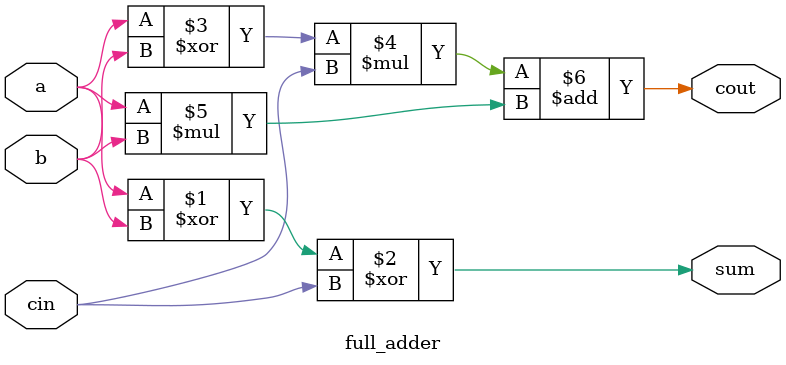
<source format=v>
module full_adder(
  input a,b,cin,
  output sum, cout
);
  assign sum=a^b^cin;
  assign cout=((a^b)*cin)+(a*b);
endmodule
</source>
